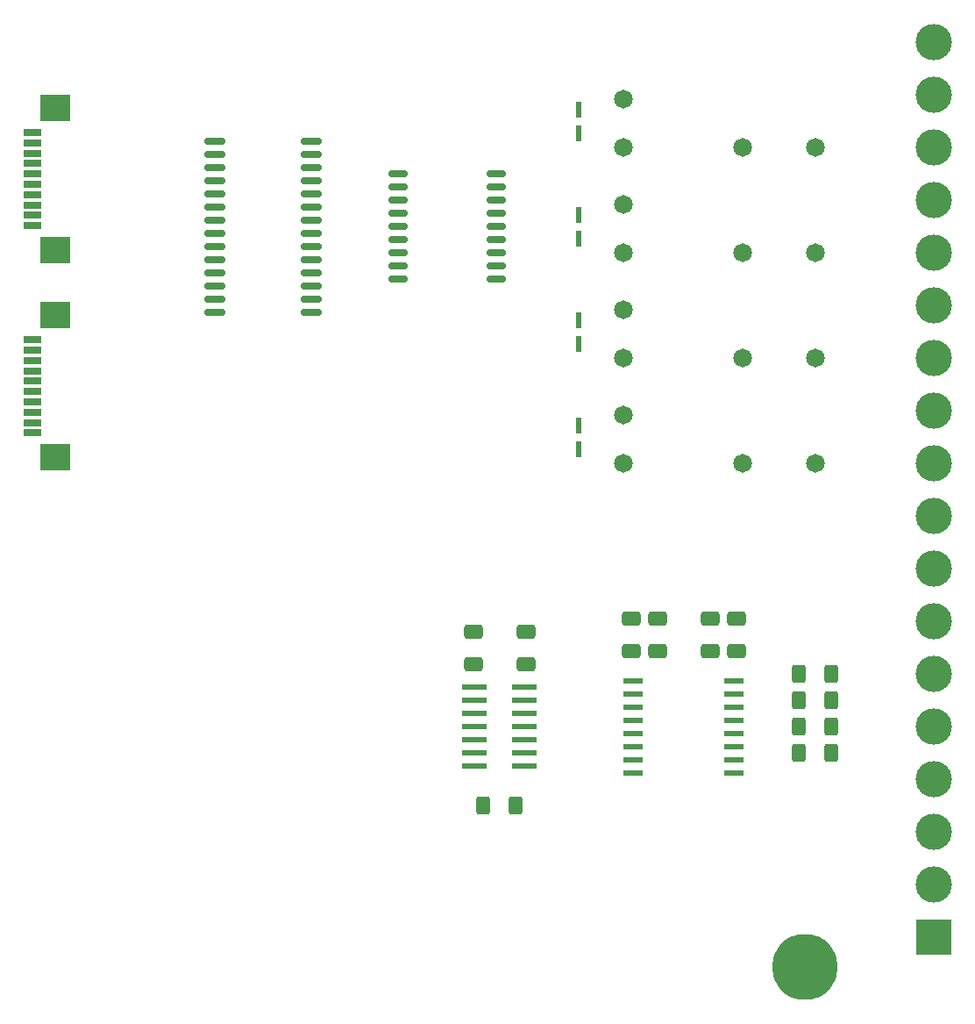
<source format=gbr>
%TF.GenerationSoftware,KiCad,Pcbnew,8.0.6-8.0.6-0~ubuntu24.04.1*%
%TF.CreationDate,2024-12-11T16:34:02+03:00*%
%TF.ProjectId,PM-Neopixel4,504d2d4e-656f-4706-9978-656c342e6b69,rev?*%
%TF.SameCoordinates,Original*%
%TF.FileFunction,Soldermask,Top*%
%TF.FilePolarity,Negative*%
%FSLAX46Y46*%
G04 Gerber Fmt 4.6, Leading zero omitted, Abs format (unit mm)*
G04 Created by KiCad (PCBNEW 8.0.6-8.0.6-0~ubuntu24.04.1) date 2024-12-11 16:34:02*
%MOMM*%
%LPD*%
G01*
G04 APERTURE LIST*
G04 Aperture macros list*
%AMRoundRect*
0 Rectangle with rounded corners*
0 $1 Rounding radius*
0 $2 $3 $4 $5 $6 $7 $8 $9 X,Y pos of 4 corners*
0 Add a 4 corners polygon primitive as box body*
4,1,4,$2,$3,$4,$5,$6,$7,$8,$9,$2,$3,0*
0 Add four circle primitives for the rounded corners*
1,1,$1+$1,$2,$3*
1,1,$1+$1,$4,$5*
1,1,$1+$1,$6,$7*
1,1,$1+$1,$8,$9*
0 Add four rect primitives between the rounded corners*
20,1,$1+$1,$2,$3,$4,$5,0*
20,1,$1+$1,$4,$5,$6,$7,0*
20,1,$1+$1,$6,$7,$8,$9,0*
20,1,$1+$1,$8,$9,$2,$3,0*%
G04 Aperture macros list end*
%ADD10RoundRect,0.250000X0.650000X-0.412500X0.650000X0.412500X-0.650000X0.412500X-0.650000X-0.412500X0*%
%ADD11C,1.812000*%
%ADD12RoundRect,0.150000X-0.875000X-0.150000X0.875000X-0.150000X0.875000X0.150000X-0.875000X0.150000X0*%
%ADD13RoundRect,0.150000X-0.800000X-0.150000X0.800000X-0.150000X0.800000X0.150000X-0.800000X0.150000X0*%
%ADD14R,2.474067X0.622132*%
%ADD15R,1.803400X0.635000*%
%ADD16R,2.997200X2.590800*%
%ADD17R,1.854200X0.482600*%
%ADD18RoundRect,0.250000X-0.400000X-0.625000X0.400000X-0.625000X0.400000X0.625000X-0.400000X0.625000X0*%
%ADD19R,0.533400X1.524000*%
%ADD20R,3.500000X3.500000*%
%ADD21C,3.500000*%
%ADD22O,6.350000X6.350000*%
G04 APERTURE END LIST*
D10*
%TO.C,C2*%
X5080000Y-16802500D03*
X5080000Y-13677500D03*
%TD*%
%TO.C,C6*%
X25400000Y-15532500D03*
X25400000Y-12407500D03*
%TD*%
D11*
%TO.C,K0*%
X14520000Y33020000D03*
X26020000Y33020000D03*
X33020000Y33020000D03*
X14520000Y37720000D03*
%TD*%
D12*
%TO.C,U4*%
X-24970000Y33655000D03*
X-24970000Y32385000D03*
X-24970000Y31115000D03*
X-24970000Y29845000D03*
X-24970000Y28575000D03*
X-24970000Y27305000D03*
X-24970000Y26035000D03*
X-24970000Y24765000D03*
X-24970000Y23495000D03*
X-24970000Y22225000D03*
X-24970000Y20955000D03*
X-24970000Y19685000D03*
X-24970000Y18415000D03*
X-24970000Y17145000D03*
X-15670000Y17145000D03*
X-15670000Y18415000D03*
X-15670000Y19685000D03*
X-15670000Y20955000D03*
X-15670000Y22225000D03*
X-15670000Y23495000D03*
X-15670000Y24765000D03*
X-15670000Y26035000D03*
X-15670000Y27305000D03*
X-15670000Y28575000D03*
X-15670000Y29845000D03*
X-15670000Y31115000D03*
X-15670000Y32385000D03*
X-15670000Y33655000D03*
%TD*%
D11*
%TO.C,K2*%
X14520000Y12700000D03*
X26020000Y12700000D03*
X33020000Y12700000D03*
X14520000Y17400000D03*
%TD*%
D13*
%TO.C,U3*%
X-7265000Y30480000D03*
X-7265000Y29210000D03*
X-7265000Y27940000D03*
X-7265000Y26670000D03*
X-7265000Y25400000D03*
X-7265000Y24130000D03*
X-7265000Y22860000D03*
X-7265000Y21590000D03*
X-7265000Y20320000D03*
X2185000Y20320000D03*
X2185000Y21590000D03*
X2185000Y22860000D03*
X2185000Y24130000D03*
X2185000Y25400000D03*
X2185000Y26670000D03*
X2185000Y27940000D03*
X2185000Y29210000D03*
X2185000Y30480000D03*
%TD*%
D10*
%TO.C,C1*%
X0Y-16802500D03*
X0Y-13677500D03*
%TD*%
%TO.C,C4*%
X17780000Y-15532500D03*
X17780000Y-12407500D03*
%TD*%
D14*
%TO.C,U6*%
X123934Y-19050000D03*
X123934Y-20320000D03*
X123934Y-21590000D03*
X123934Y-22860000D03*
X123934Y-24130000D03*
X123934Y-25400000D03*
X123934Y-26670000D03*
X4956066Y-26670000D03*
X4956066Y-25400000D03*
X4956066Y-24130000D03*
X4956066Y-22860000D03*
X4956066Y-21590000D03*
X4956066Y-20320000D03*
X4956066Y-19050000D03*
%TD*%
D15*
%TO.C,J1*%
X-42556000Y25500009D03*
X-42556000Y26500007D03*
X-42556000Y27500005D03*
X-42556000Y28500003D03*
X-42556000Y29500001D03*
X-42556000Y30499999D03*
X-42556000Y31499997D03*
X-42556000Y32499995D03*
X-42556000Y33499993D03*
X-42556000Y34499991D03*
D16*
X-40385999Y23149998D03*
X-40385999Y36850002D03*
%TD*%
D17*
%TO.C,U5*%
X15443200Y-18415000D03*
X15443200Y-19685000D03*
X15443200Y-20955000D03*
X15443200Y-22225000D03*
X15443200Y-23495000D03*
X15443200Y-24765000D03*
X15443200Y-26035000D03*
X15443200Y-27305000D03*
X25196800Y-27305000D03*
X25196800Y-26035000D03*
X25196800Y-24765000D03*
X25196800Y-23495000D03*
X25196800Y-22225000D03*
X25196800Y-20955000D03*
X25196800Y-19685000D03*
X25196800Y-18415000D03*
%TD*%
D18*
%TO.C,R1*%
X990000Y-30480000D03*
X4090000Y-30480000D03*
%TD*%
D19*
%TO.C,D0*%
X10160000Y36703000D03*
X10160000Y34417000D03*
%TD*%
D20*
%TO.C,J2*%
X44450000Y-43180000D03*
D21*
X44450000Y-38100000D03*
X44450000Y-33020000D03*
X44450000Y-27940000D03*
X44450000Y-22860000D03*
X44450000Y-17780000D03*
X44450000Y-12700000D03*
X44450000Y-7620000D03*
X44450000Y-2540000D03*
X44450000Y2540000D03*
X44450000Y7620000D03*
X44450000Y12700000D03*
X44450000Y17780000D03*
X44450000Y22860000D03*
X44450000Y27940000D03*
X44450000Y33020000D03*
X44450000Y38100000D03*
X44450000Y43180000D03*
%TD*%
D19*
%TO.C,D3*%
X10160000Y6223000D03*
X10160000Y3937000D03*
%TD*%
%TO.C,D2*%
X10160000Y16383000D03*
X10160000Y14097000D03*
%TD*%
D11*
%TO.C,K1*%
X14520000Y22860000D03*
X26020000Y22860000D03*
X33020000Y22860000D03*
X14520000Y27560000D03*
%TD*%
D18*
%TO.C,R2*%
X31470000Y-17780000D03*
X34570000Y-17780000D03*
%TD*%
D10*
%TO.C,C5*%
X22860000Y-15532500D03*
X22860000Y-12407500D03*
%TD*%
%TO.C,C3*%
X15240000Y-15532500D03*
X15240000Y-12407500D03*
%TD*%
D15*
%TO.C,J3*%
X-42556000Y5500009D03*
X-42556000Y6500007D03*
X-42556000Y7500005D03*
X-42556000Y8500003D03*
X-42556000Y9500001D03*
X-42556000Y10499999D03*
X-42556000Y11499997D03*
X-42556000Y12499995D03*
X-42556000Y13499993D03*
X-42556000Y14499991D03*
D16*
X-40385999Y3149998D03*
X-40385999Y16850002D03*
%TD*%
D19*
%TO.C,D1*%
X10160000Y26543000D03*
X10160000Y24257000D03*
%TD*%
D18*
%TO.C,R4*%
X31470000Y-22860000D03*
X34570000Y-22860000D03*
%TD*%
D22*
%TO.C,PE1*%
X32000000Y-46000000D03*
%TD*%
D18*
%TO.C,R5*%
X31470000Y-25400000D03*
X34570000Y-25400000D03*
%TD*%
D11*
%TO.C,K3*%
X14520000Y2540000D03*
X26020000Y2540000D03*
X33020000Y2540000D03*
X14520000Y7240000D03*
%TD*%
D18*
%TO.C,R3*%
X31470000Y-20320000D03*
X34570000Y-20320000D03*
%TD*%
M02*

</source>
